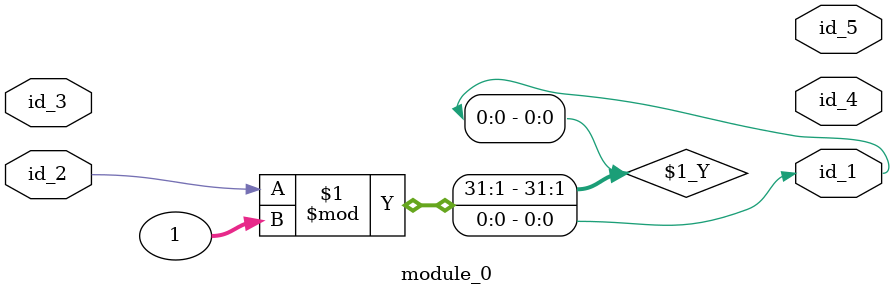
<source format=v>
module module_0 (
    id_1,
    id_2,
    id_3,
    id_4,
    id_5
);
  output id_5;
  output id_4;
  inout id_3;
  inout id_2;
  output id_1;
  assign id_1 = id_2 % 1;
endmodule

</source>
